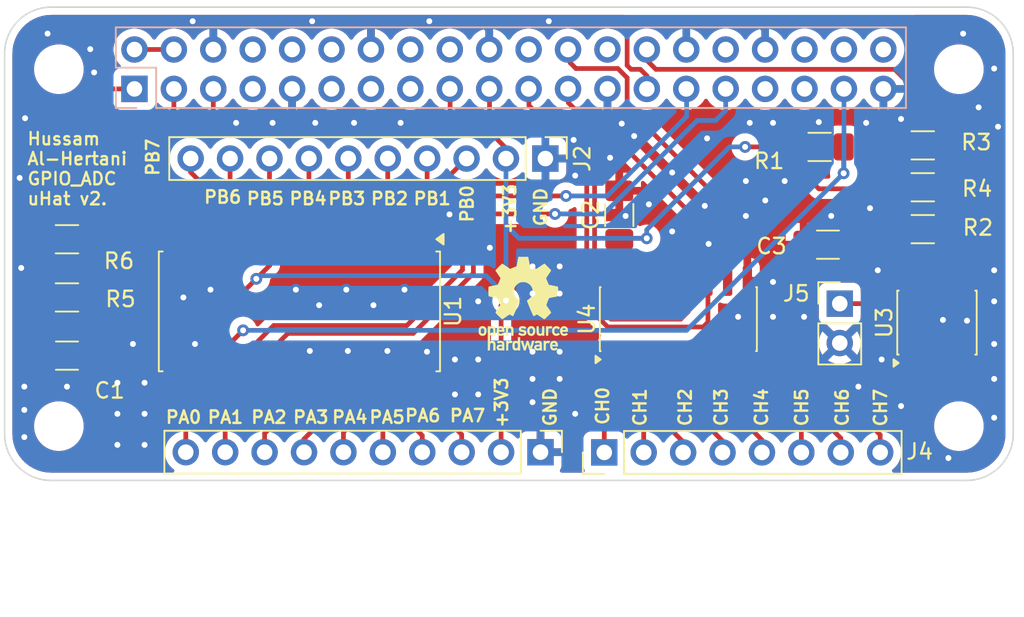
<source format=kicad_pcb>
(kicad_pcb (version 20241229) (generator "pcbnew") (generator_version "9.0")
  (layers (0 "F.Cu" signal) (2 "B.Cu" signal) (13 "F.Paste" user) (15 "B.Paste" user) (5 "F.SilkS" user "F.Silkscreen") (7 "B.SilkS" user "B.Silkscreen") (1 "F.Mask" user) (3 "B.Mask" user) (25 "Edge.Cuts" user))
  (net 0 "")
  (net 1 "GND")
  (net 2 "+3V3")
  (net 4 "ID_SCL")
  (net 6 "SDA")
  (net 7 "+5V")
  (net 9 "SCLK")
  (net 11 "MOSI")
  (net 13 "MISO")
  (net 14 "ID_SDA")
  (net 16 "INTA")
  (net 18 "SCL")
  (net 25 "Net-(J5-Pin_1)")
  (net 27 "INTB")
  (net 29 "/GPB5")
  (net 30 "CE0")
  (net 31 "~{RST_23017}")
  (net 34 "/GPB7")
  (net 35 "/GPB4")
  (net 36 "/GPB0")
  (net 37 "/GPB2")
  (net 38 "/GPB6")
  (net 39 "/GPB1")
  (net 40 "/GPB3")
  (net 41 "/GPA6")
  (net 42 "/GPA3")
  (net 43 "/GPA5")
  (net 44 "/GPA4")
  (net 45 "/GPA0")
  (net 46 "/GPA7")
  (net 47 "/GPA2")
  (net 48 "/GPA1")
  (net 49 "/CH5")
  (net 50 "/CH0")
  (net 51 "/CH2")
  (net 52 "/CH4")
  (net 53 "/CH7")
  (net 54 "/CH1")
  (net 55 "/CH6")
  (net 56 "/CH3")
  (footprint "Connector_PinHeader_2.54mm:PinHeader_1x10_P2.54mm_Vertical" (layer "F.Cu") (at 151.516078 86.971802 -90)
    (property "Reference" "J3" (hide yes))
    (property "Value" "Conn_01x10")
  )
  (footprint "Resistor_SMD:R_1206_3216Metric_Pad1.30x1.75mm_HandSolder" (layer "F.Cu") (at 176.15 72.6)
    (property "Reference" "R2")
    (property "Value" "1k")
  )
  (footprint "Package_SO:SOIC-8_3.9x4.9mm_P1.27mm" (layer "F.Cu") (at 177.065 78.625 90)
    (property "Reference" "U3")
    (property "Value" "CAT24C128")
  )
  (footprint "Capacitor_SMD:C_1206_3216Metric_Pad1.33x1.80mm_HandSolder" (layer "F.Cu") (at 170.0375 73.6 180)
    (property "Reference" "C3")
    (property "Value" "0.1u")
  )
  (footprint "Resistor_SMD:R_1206_3216Metric_Pad1.30x1.75mm_HandSolder" (layer "F.Cu") (at 121 73.25)
    (property "Reference" "R6")
    (property "Value" "10k")
  )
  (footprint "Resistor_SMD:R_1206_3216Metric_Pad1.30x1.75mm_HandSolder" (layer "F.Cu") (at 176.15 69.9)
    (property "Reference" "R4")
    (property "Value" "3.9k")
  )
  (footprint "Resistor_SMD:R_1206_3216Metric_Pad1.30x1.75mm_HandSolder" (layer "F.Cu") (at 169.5 67.3)
    (property "Reference" "R1")
    (property "Value" "10k")
  )
  (footprint "Connector_PinHeader_2.54mm:PinHeader_1x10_P2.54mm_Vertical" (layer "F.Cu") (at 151.83 68.05 -90)
    (property "Reference" "J2")
    (property "Value" "Conn_01x10")
  )
  (footprint "Package_SO:SOIC-28W_7.5x17.9mm_P1.27mm" (layer "F.Cu") (at 135.98 77.9 -90)
    (property "Reference" "U1")
    (property "Value" "MCP23017_SO")
  )
  (footprint "Resistor_SMD:R_1206_3216Metric_Pad1.30x1.75mm_HandSolder" (layer "F.Cu") (at 176.15 67.2)
    (property "Reference" "R3")
    (property "Value" "3.9k")
  )
  (footprint "Capacitor_SMD:C_1206_3216Metric_Pad1.33x1.80mm_HandSolder" (layer "F.Cu") (at 156.59 71.69 90)
    (property "Reference" "C2")
    (property "Value" "0.1u")
  )
  (footprint "Connector_PinHeader_2.54mm:PinHeader_1x08_P2.54mm_Vertical" (layer "F.Cu") (at 155.625441 86.987706 90)
    (property "Reference" "J4")
    (property "Value" "Conn_01x08")
  )
  (footprint "myparts:rpi_uhat_fpt_v2" (layer "F.Cu") (at 116.94905 97.363192)
    (property "Reference" "J1" (hide yes))
    (property "Value" "rpi_uhat_sym" (hide yes))
    (fp_line (start 0.03 -36.07) (end 0.03 -11.57) (stroke (width 0.1)) (layer "Edge.Cuts"))
    (fp_line (start 3.03 -8.57) (end 62.03 -8.57) (stroke (width 0.1)) (layer "Edge.Cuts"))
    (fp_line (start 62.03 -39.07) (end 3.03 -39.07) (stroke (width 0.1)) (layer "Edge.Cuts"))
    (fp_line (start 65.03 -11.57) (end 65.03 -36.07) (stroke (width 0.1)) (layer "Edge.Cuts"))
    (fp_arc (start 0.03 -36.07) (mid 0.90868 -38.19132) (end 3.03 -39.07) (stroke (width 0.1)) (layer "Edge.Cuts"))
    (fp_arc (start 3.03 -8.57) (mid 0.90868 -9.44868) (end 0.03 -11.57) (stroke (width 0.1)) (layer "Edge.Cuts"))
    (fp_arc (start 62.03 -39.07) (mid 64.15132 -38.19132) (end 65.03 -36.07) (stroke (width 0.1)) (layer "Edge.Cuts"))
    (fp_arc (start 65.03 -11.57) (mid 64.15132 -9.44868) (end 62.03 -8.57) (stroke (width 0.1)) (layer "Edge.Cuts"))
  )
  (footprint "Capacitor_SMD:C_1206_3216Metric_Pad1.33x1.80mm_HandSolder" (layer "F.Cu") (at 121 80.75)
    (property "Reference" "C1")
    (property "Value" "0.1u")
  )
  (footprint "Symbol:OSHW-Logo_5.7x6mm_SilkScreen" (layer "F.Cu") (at 150.4 77.4)
    (property "Reference" "REF**" (hide yes))
    (property "Value" "OSHW-Logo_5.7x6mm_SilkScreen" (hide yes))
  )
  (footprint "Connector_PinHeader_2.54mm:PinHeader_1x02_P2.54mm_Vertical" (layer "F.Cu") (at 170.8 77.4)
    (property "Reference" "J5")
    (property "Value" "Conn_01x02")
  )
  (footprint "Resistor_SMD:R_1206_3216Metric_Pad1.30x1.75mm_HandSolder" (layer "F.Cu") (at 121 77)
    (property "Reference" "R5")
    (property "Value" "10k")
  )
  (footprint "Package_SO:SOIC-16_3.9x9.9mm_P1.27mm" (layer "F.Cu") (at 160.4 78.4 90)
    (property "Reference" "U4")
    (property "Value" "MCP3208")
  )
  (gr_text "PB5" (at 132.5 71.1 0) (layer "F.SilkS") (effects (font (size 0.8 0.8) (thickness 0.16) (bold yes)) (justify left bottom)))
  (gr_text "+3V3" (at 149.470704 85.482212 90) (layer "F.SilkS") (effects (font (size 0.8 0.8) (thickness 0.16) (bold yes)) (justify left bottom)))
  (gr_text "PA1\n" (at 129.981809 85.189805 0) (layer "F.SilkS") (effects (font (size 0.8 0.8) (thickness 0.16) (bold yes)) (justify left bottom)))
  (gr_text "GND" (at 152 72.5 90) (layer "F.SilkS") (effects (font (size 0.8 0.8) (thickness 0.16) (bold yes)) (justify left bottom)))
  (gr_text "PA0" (at 127.282359 85.189805 0) (layer "F.SilkS") (effects (font (size 0.8 0.8) (thickness 0.16) (bold yes)) (justify left bottom)))
  (gr_text "PB0\n" (at 147.25 72.25 90) (layer "F.SilkS") (effects (font (size 0.8 0.8) (thickness 0.16) (bold yes)) (justify left bottom)))
  (gr_text "CH2\n\n" (at 162.59372 85.384174 90) (layer "F.SilkS") (effects (font (size 0.8 0.8) (thickness 0.16) (bold yes)) (justify left bottom)))
  (gr_text "+3V3" (at 150 73 90) (layer "F.SilkS") (effects (font (size 0.8 0.8) (thickness 0.16) (bold yes)) (justify left bottom)))
  (gr_text "PA6" (at 142.698459 85.087418 0) (layer "F.SilkS") (effects (font (size 0.8 0.8) (thickness 0.16) (bold yes)) (justify left bottom)))
  (gr_text "PB1" (at 143.25 71.1 0) (layer "F.SilkS") (effects (font (size 0.8 0.8) (thickness 0.16) (bold yes)) (justify left bottom)))
  (gr_text "PB3\n" (at 137.75 71.1 0) (layer "F.SilkS") (effects (font (size 0.8 0.8) (thickness 0.16) (bold yes)) (justify left bottom)))
  (gr_text "GND" (at 152.598692 85.391106 90) (layer "F.SilkS") (effects (font (size 0.8 0.8) (thickness 0.16) (bold yes)) (justify left bottom)))
  (gr_text "CH3\n\n\n" (at 166.196501 85.384174 90) (layer "F.SilkS") (effects (font (size 0.8 0.8) (thickness 0.16) (bold yes)) (justify left bottom)))
  (gr_text "CH0\n" (at 155.985691 85.296301 90) (layer "F.SilkS") (effects (font (size 0.8 0.8) (thickness 0.16) (bold yes)) (justify left bottom)))
  (gr_text "CH6\n\n\n" (at 173.998145 85.389927 90) (layer "F.SilkS") (effects (font (size 0.8 0.8) (thickness 0.16) (bold yes)) (justify left bottom)))
  (gr_text "PB2" (at 140.5 71.1 0) (layer "F.SilkS") (effects (font (size 0.8 0.8) (thickness 0.16) (bold yes)) (justify left bottom)))
  (gr_text "PA5\n" (at 140.399999 85.189805 0) (layer "F.SilkS") (effects (font (size 0.8 0.8) (thickness 0.16) (bold yes)) (justify left bottom)))
  (gr_text "Hussam \nAl-Hertani\nGPIO_ADC \nuHat v2." (at 118.369949 71.108386 0) (layer "F.SilkS") (effects (font (size 0.8 0.8) (thickness 0.15) (bold yes)) (justify left bottom)))
  (gr_text "CH4\n\n\n" (at 168.797534 85.384174 90) (layer "F.SilkS") (effects (font (size 0.8 0.8) (thickness 0.16) (bold yes)) (justify left bottom)))
  (gr_text "PB6" (at 129.75 71 0) (layer "F.SilkS") (effects (font (size 0.8 0.8) (thickness 0.16) (bold yes)) (justify left bottom)))
  (gr_text "PA7" (at 145.583496 85.087418 0) (layer "F.SilkS") (effects (font (size 0.8 0.8) (thickness 0.16) (bold yes)) (justify left bottom)))
  (gr_text "PA3" (at 135.486157 85.189805 0) (layer "F.SilkS") (effects (font (size 0.8 0.8) (thickness 0.16) (bold yes)) (justify left bottom)))
  (gr_text "CH1\n" (at 158.393403 85.384174 90) (layer "F.SilkS") (effects (font (size 0.8 0.8) (thickness 0.16) (bold yes)) (justify left bottom)))
  (gr_text "PB4" (at 135.25 71.1 0) (layer "F.SilkS") (effects (font (size 0.8 0.8) (thickness 0.16) (bold yes)) (justify left bottom)))
  (gr_text "PB7" (at 127 69.25 90) (layer "F.SilkS") (effects (font (size 0.8 0.8) (thickness 0.16) (bold yes)) (justify left bottom)))
  (gr_text "CH7\n\n\n" (at 176.473227 85.404572 90) (layer "F.SilkS") (effects (font (size 0.8 0.8) (thickness 0.16) (bold yes)) (justify left bottom)))
  (gr_text "PA2" (at 132.786706 85.189805 0) (layer "F.SilkS") (effects (font (size 0.8 0.8) (thickness 0.16) (bold yes)) (justify left bottom)))
  (gr_text "CH5\n\n\n" (at 171.391254 85.389927 90) (layer "F.SilkS") (effects (font (size 0.8 0.8) (thickness 0.16) (bold yes)) (justify left bottom)))
  (gr_text "PA4" (at 137.995802 85.189805 0) (layer "F.SilkS") (effects (font (size 0.8 0.8) (thickness 0.16) (bold yes)) (justify left bottom)))
  (segment (start 132.805 73.25) (end 132.805 73.945) (width 0.3048) (layer "F.Cu") (net 1))
  (segment (start 132.805 73.945) (end 130.25 76.5) (width 0.3048) (layer "F.Cu") (net 1))
  (segment (start 135.2 65.75) (end 134.95 65.75) (width 0.3048) (layer "F.Cu") (net 1))
  (segment (start 135.50905 63.563192) (end 135.50905 65.44095) (width 0.3048) (layer "F.Cu") (net 1))
  (segment (start 137 65.75) (end 135.2 65.75) (width 0.3048) (layer "F.Cu") (net 1))
  (segment (start 135.50905 65.44095) (end 135.2 65.75) (width 0.3048) (layer "F.Cu") (net 1))
  (segment (start 135.645 62.945) (end 135.645 63.7075) (width 0.3048) (layer "F.Cu") (net 1))
  (segment (start 156.59 70.1275) (end 158.1275 70.1275) (width 0.3048) (layer "F.Cu") (net 1))
  (segment (start 158.5 70.5) (end 158.5 71) (width 0.3048) (layer "F.Cu") (net 1))
  (segment (start 156.59 70.1275) (end 156.59 68.59) (width 0.3048) (layer "F.Cu") (net 1))
  (segment (start 134.95 65.75) (end 134.25 65.75) (width 0.3048) (layer "F.Cu") (net 1))
  (segment (start 156.59 68.59) (end 156 68) (width 0.3048) (layer "F.Cu") (net 1))
  (segment (start 158.1275 70.1275) (end 158.5 70.5) (width 0.3048) (layer "F.Cu") (net 1))
  (via (at 157.55 66.6) (size 0.762) (drill 0.381) (layers "F.Cu" "B.Cu") (net 1))
  (via (at 151 82.25) (size 0.762) (drill 0.381) (layers "F.Cu" "B.Cu") (net 1))
  (via (at 167.25 69.5) (size 0.762) (drill 0.381) (layers "F.Cu" "B.Cu") (net 1))
  (via (at 118.05 75.1) (size 0.762) (drill 0.381) (layers "F.Cu" "B.Cu") (net 1))
  (via (at 172.75 71.25) (size 0.762) (drill 0.381) (layers "F.Cu" "B.Cu") (net 1))
  (via (at 144.2 80.5) (size 0.762) (drill 0.381) (layers "F.Cu" "B.Cu") (net 1))
  (via (at 164.75 69.5) (size 0.762) (drill 0.381) (layers "F.Cu" "B.Cu") (net 1))
  (via (at 165 65.75) (size 0.762) (drill 0.381) (layers "F.Cu" "B.Cu") (net 1))
  (via (at 169.45 65.7) (size 0.762) (drill 0.381) (layers "F.Cu" "B.Cu") (net 1))
  (via (at 126 86.5) (size 0.762) (drill 0.381) (layers "F.Cu" "B.Cu") (net 1))
  (via (at 137 65.75) (size 0.762) (drill 0.381) (layers "F.Cu" "B.Cu") (net 1))
  (via (at 153.75 84.5) (size 0.762) (drill 0.381) (layers "F.Cu" "B.Cu") (net 1))
  (via (at 152.75 75) (size 0.762) (drill 0.381) (layers "F.Cu" "B.Cu") (net 1))
  (via (at 125.25 80) (size 0.762) (drill 0.381) (layers "F.Cu" "B.Cu") (net 1))
  (via (at 129.25 80) (size 0.762) (drill 0.381) (layers "F.Cu" "B.Cu") (net 1))
  (via (at 122.75 62.5) (size 0.762) (drill 0.381) (layers "F.Cu" "B.Cu") (net 1))
  (via (at 147.5 83.25) (size 0.762) (drill 0.381) (layers "F.Cu" "B.Cu") (net 1))
  (via (at 148.25 73.8) (size 0.762) (drill 0.381) (layers "F.Cu" "B.Cu") (net 1))
  (via (at 158.5 71) (size 0.762) (drill 0.381) (layers "F.Cu" "B.Cu") (net 1))
  (via (at 173.25 75.25) (size 0.762) (drill 0.381) (layers "F.Cu" "B.Cu") (net 1))
  (via (at 118.3 65.45) (size 0.762) (drill 0.381) (layers "F.Cu" "B.Cu") (net 1))
  (via (at 139 76.5) (size 0.762) (drill 0.381) (layers "F.Cu" "B.Cu") (net 1))
  (via (at 146 83.25) (size 0.762) (drill 0.381) (layers "F.Cu" "B.Cu") (net 1))
  (via (at 177.8 87.35) (size 0.762) (drill 0.381) (layers "F.Cu" "B.Cu") (net 1))
  (via (at 124.25 82.5) (size 0.762) (drill 0.381) (layers "F.Cu" "B.Cu") (net 1))
  (via (at 164.25 78.25) (size 0.762) (drill 0.381) (layers "F.Cu" "B.Cu") (net 1))
  (via (at 174.75 65.5) (size 0.762) (drill 0.381) (layers "F.Cu" "B.Cu") (net 1))
  (via (at 174.75 84) (size 0.762) (drill 0.381) (layers "F.Cu" "B.Cu") (net 1))
  (via (at 164.75 71.75) (size 0.762) (drill 0.381) (layers "F.Cu" "B.Cu") (net 1))
  (via (at 151 83.75) (size 0.762) (drill 0.381) (layers "F.Cu" "B.Cu") (net 1))
  (via (at 122.5 61) (size 0.762) (drill 0.381) (layers "F.Cu" "B.Cu") (net 1))
  (via (at 136.65 80.45) (size 0.762) (drill 0.381) (layers "F.Cu" "B.Cu") (net 1))
  (via (at 118.25 86) (size 0.762) (drill 0.381) (layers "F.Cu" "B.Cu") (net 1))
  (via (at 162.1 71.1) (size 0.762) (drill 0.381) (layers "F.Cu" "B.Cu") (net 1))
  (via (at 166.5 78.25) (size 0.762) (drill 0.381) (layers "F.Cu" "B.Cu") (net 1))
  (via (at 162.35 73.55) (size 0.762) (drill 0.381) (layers "F.Cu" "B.Cu") (net 1))
  (via (at 152.75 76.75) (size 0.762) (drill 0.381) (layers "F.Cu" "B.Cu") (net 1))
  (via (at 144.35 59.2) (size 0.762) (drill 0.381) (layers "F.Cu" "B.Cu") (net 1))
  (via (at 137.25 77.5) (size 0.762) (drill 0.381) (layers "F.Cu" "B.Cu") (net 1))
  (via (at 131.9 65.75) (size 0.762) (drill 0.381) (layers "F.Cu" "B.Cu") (net 1))
  (via (at 146 81) (size 0.762) (drill 0.381) (layers "F.Cu" "B.Cu") (net 1))
  (via (at 160 68.95) (size 0.762) (drill 0.381) (layers "F.Cu" "B.Cu") (net 1))
  (via (at 140.75 77.5) (size 0.762) (drill 0.381) (layers "F.Cu" "B.Cu") (net 1))
  (via (at 168.5 78.25) (size 0.762) (drill 0.381) (layers "F.Cu" "B.Cu") (net 1))
  (via (at 180.75 84.75) (size 0.762) (drill 0.381) (layers "F.Cu" "B.Cu") (net 1))
  (via (at 124.25 84.5) (size 0.762) (drill 0.381) (layers "F.Cu" "B.Cu") (net 1))
  (via (at 139.5 65.75) (size 0.762) (drill 0.381) (layers "F.Cu" "B.Cu") (net 1))
  (via (at 156.75 65.8) (size 0.762) (drill 0.381) (layers "F.Cu" "B.Cu") (net 1))
  (via (at 135.75 76.5) (size 0.762) (drill 0.381) (layers "F.Cu" "B.Cu") (net 1))
  (via (at 141.65 80.45) (size 0.762) (drill 0.381) (layers "F.Cu" "B.Cu") (net 1))
  (via (at 117.95 69.3) (size 0.762) (drill 0.381) (layers "F.Cu" "B.Cu") (net 1))
  (via (at 142.75 76.5) (size 0.762) (drill 0.381) (layers "F.Cu" "B.Cu") (net 1))
  (via (at 178.75 60) (size 0.762) (drill 0.381) (layers "F.Cu" "B.Cu") (net 1))
  (via (at 139.1 80.45) (size 0.762) (drill 0.381) (layers "F.Cu" "B.Cu") (net 1))
  (via (at 152.75 82.25) (size 0.762) (drill 0.381) (layers "F.Cu" "B.Cu") (net 1))
  (via (at 172.5 65.75) (size 0.762) (drill 0.381) (layers "F.Cu" "B.Cu") (net 1))
  (via (at 180.75 80) (size 0.762) (drill 0.381) (layers "F.Cu" "B.Cu") (net 1))
  (via (at 151 76.75) (size 0.762) (drill 0.381) (layers "F.Cu" "B.Cu") (net 1))
  (via (at 153.65 66.85) (size 0.762) (drill 0.381) (layers "F.Cu" "B.Cu") (net 1))
  (via (at 170.25 71.75) (size 0.762) (drill 0.381) (layers "F.Cu" "B.Cu") (net 1))
  (via (at 118.25 82.75) (size 0.762) (drill 0.381) (layers "F.Cu" "B.Cu") (net 1))
  (via (at 151 80.5) (size 0.762) (drill 0.381) (layers "F.Cu" "B.Cu") (net 1))
  (via (at 180.75 82.25) (size 0.762) (drill 0.381) (layers "F.Cu" "B.Cu") (net 1))
  (via (at 166 70.75) (size 0.762) (drill 0.381) (layers "F.Cu" "B.Cu") (net 1))
  (via (at 179.75 64.75) (size 0.762) (drill 0.381) (layers "F.Cu" "B.Cu") (net 1))
  (via (at 180.75 62.25) (size 0.762) (drill 0.381) (layers "F.Cu" "B.Cu") (net 1))
  (via (at 180.75 75.25) (size 0.762) (drill 0.381) (layers "F.Cu" "B.Cu") (net 1))
  (via (at 173.5 81) (size 0.762) (drill 0.381) (layers "F.Cu" "B.Cu") (net 1))
  (via (at 124.25 86.5) (size 0.762) (drill 0.381) (layers "F.Cu" "B.Cu") (net 1))
  (via (at 166.5 65.75) (size 0.762) (drill 0.381) (layers "F.Cu" "B.Cu") (net 1))
  (via (at 121 82.75) (size 0.762) (drill 0.381) (layers "F.Cu" "B.Cu") (net 1))
  (via (at 179 78.5) (size 0.762) (drill 0.381) (layers "F.Cu" "B.Cu") (net 1))
  (via (at 126 82.5) (size 0.762) (drill 0.381) (layers "F.Cu" "B.Cu") (net 1))
  (via (at 152.75 80.5) (size 0.762) (drill 0.381) (layers "F.Cu" "B.Cu") (net 1))
  (via (at 172 82.75) (size 0.762) (drill 0.381) (layers "F.Cu" "B.Cu") (net 1))
  (via (at 177.45 78.45) (size 0.762) (drill 0.381) (layers "F.Cu" "B.Cu") (net 1))
  (via (at 151 75) (size 0.762) (drill 0.381) (layers "F.Cu" "B.Cu") (net 1))
  (via (at 153.75 69.15) (size 0.762) (drill 0.381) (layers "F.Cu" "B.Cu") (net 1))
  (via (at 156 68) (size 0.762) (drill 0.381) (layers "F.Cu" "B.Cu") (net 1))
  (via (at 180.75 77.25) (size 0.762) (drill 0.381) (layers "F.Cu" "B.Cu") (net 1))
  (via (at 157 71.75) (size 0.762) (drill 0.381) (layers "F.Cu" "B.Cu") (net 1))
  (via (at 126 84.5) (size 0.762) (drill 0.381) (layers "F.Cu" "B.Cu") (net 1))
  (via (at 128.5 77) (size 0.762) (drill 0.381) (layers "F.Cu" "B.Cu") (net 1))
  (via (at 166.5 76) (size 0.762) (drill 0.381) (layers "F.Cu" "B.Cu") (net 1))
  (via (at 145.65 71.65) (size 0.762) (drill 0.381) (layers "F.Cu" "B.Cu") (net 1))
  (via (at 130.25 76.5) (size 0.762) (drill 0.381) (layers "F.Cu" "B.Cu") (net 1))
  (via (at 142.5 65.75) (size 0.762) (drill 0.381) (layers "F.Cu" "B.Cu") (net 1))
  (via (at 118.25 84.25) (size 0.762) (drill 0.381) (layers "F.Cu" "B.Cu") (net 1))
  (via (at 152.05 59.2) (size 0.762) (drill 0.381) (layers "F.Cu" "B.Cu") (net 1))
  (via (at 147.5 77.25) (size 0.762) (drill 0.381) (layers "F.Cu" "B.Cu") (net 1))
  (via (at 129.1 59.2) (size 0.762) (drill 0.381) (layers "F.Cu" "B.Cu") (net 1))
  (via (at 147.5 81) (size 0.762) (drill 0.381) (layers "F.Cu" "B.Cu") (net 1))
  (via (at 160 72.75) (size 0.762) (drill 0.381) (layers "F.Cu" "B.Cu") (net 1))
  (via (at 136.8 59.2) (size 0.762) (drill 0.381) (layers "F.Cu" "B.Cu") (net 1))
  (via (at 181 66) (size 0.762) (drill 0.381) (layers "F.Cu" "B.Cu") (net 1))
  (via (at 119.75 60) (size 0.762) (drill 0.381) (layers "F.Cu" "B.Cu") (net 1))
  (via (at 162.25 66.75) (size 0.762) (drill 0.381) (layers "F.Cu" "B.Cu") (net 1))
  (via (at 134.25 65.75) (size 0.762) (drill 0.381) (layers "F.Cu" "B.Cu") (net 1))
  (segment (start 147.55 59.2) (end 148.20905 59.85905) (width 0.3048) (layer "B.Cu") (net 1))
  (segment (start 155.82905 67.82905) (end 155.82905 63.563192) (width 0.3048) (layer "B.Cu") (net 1))
  (segment (start 131.25 59.2) (end 129.1 59.2) (width 0.3048) (layer "B.Cu") (net 1))
  (segment (start 131.25 59.2) (end 130.85 59.2) (width 0.3048) (layer "B.Cu") (net 1))
  (segment (start 141.1 59.2) (end 136.8 59.2) (width 0.3048) (layer "B.Cu") (net 1))
  (segment (start 165.98905 59.83905) (end 165.35 59.2) (width 0.3048) (layer "B.Cu") (net 1))
  (segment (start 144.35 59.2) (end 147.55 59.2) (width 0.3048) (layer "B.Cu") (net 1))
  (segment (start 130.42905 59.62095) (end 130.42905 61.023192) (width 0.3048) (layer "B.Cu") (net 1))
  (segment (start 156 68) (end 155.95 68.05) (width 0.3048) (layer "B.Cu") (net 1))
  (segment (start 160.90905 59.45905) (end 160.65 59.2) (width 0.3048) (layer "B.Cu") (net 1))
  (segment (start 140.58905 61.023192) (end 140.58905 59.71095) (width 0.3048) (layer "B.Cu") (net 1))
  (segment (start 140.58905 59.71095) (end 141.1 59.2) (width 0.3048) (layer "B.Cu") (net 1))
  (segment (start 155.95 68.05) (end 151.83 68.05) (width 0.3048) (layer "B.Cu") (net 1))
  (segment (start 156 68) (end 155.82905 67.82905) (width 0.3048) (layer "B.Cu") (net 1))
  (segment (start 160.65 59.2) (end 152.05 59.2) (width 0.3048) (layer "B.Cu") (net 1))
  (segment (start 165.98905 61.023192) (end 165.98905 59.83905) (width 0.3048) (layer "B.Cu") (net 1))
  (segment (start 141.1 59.2) (end 144.35 59.2) (width 0.3048) (layer "B.Cu") (net 1))
  (segment (start 173.25 65.75) (end 172.5 65.75) (width 0.3048) (layer "B.Cu") (net 1))
  (segment (start 173.60905 65.39095) (end 173.25 65.75) (width 0.3048) (layer "B.Cu") (net 1))
  (segment (start 173.60905 63.563192) (end 173.60905 65.39095) (width 0.3048) (layer "B.Cu") (net 1))
  (segment (start 148.20905 59.85905) (end 148.20905 61.023192) (width 0.3048) (layer "B.Cu") (net 1))
  (segment (start 136.8 59.2) (end 131.25 59.2) (width 0.3048) (layer "B.Cu") (net 1))
  (segment (start 129.1 59.2) (end 120.55 59.2) (width 0.3048) (layer "B.Cu") (net 1))
  (segment (start 165.35 59.2) (end 160.65 59.2) (width 0.3048) (layer "B.Cu") (net 1))
  (segment (start 152.05 59.2) (end 147.55 59.2) (width 0.3048) (layer "B.Cu") (net 1))
  (segment (start 130.85 59.2) (end 130.42905 59.62095) (width 0.3048) (layer "B.Cu") (net 1))
  (segment (start 160.90905 61.023192) (end 160.90905 59.45905) (width 0.3048) (layer "B.Cu") (net 1))
  (segment (start 120.55 59.2) (end 119.75 60) (width 0.3048) (layer "B.Cu") (net 1))
  (segment (start 148.976078 86.971802) (end 148.976078 77.513922) (width 0.3048) (layer "F.Cu") (net 2))
  (segment (start 175.16 75.01) (end 174.6 74.45) (width 0.3048) (layer "F.Cu") (net 2))
  (segment (start 172.6 68.2) (end 172.6 69.2) (width 0.3048) (layer "F.Cu") (net 2))
  (segment (start 156.59 74.24) (end 156.59 73.2525) (width 0.3048) (layer "F.Cu") (net 2))
  (segment (start 173.6 67.2) (end 172.6 68.2) (width 0.3048) (layer "F.Cu") (net 2))
  (segment (start 174.6 74.45) (end 174.6 72.6) (width 0.3048) (layer "F.Cu") (net 2))
  (segment (start 174.6 69.9) (end 174.6 67.2) (width 0.3048) (layer "F.Cu") (net 2))
  (segment (start 146.62 66.34) (end 148.25 66.34) (width 0.3048) (layer "F.Cu") (net 2))
  (segment (start 156.6575 73.32) (end 156.59 73.2525) (width 0.3048) (layer "F.Cu") (net 2))
  (segment (start 169.45 70) (end 167.95 68.5) (width 0.3048) (layer "F.Cu") (net 2))
  (segment (start 155.955 75.925) (end 155.955 74.875) (width 0.3048) (layer "F.Cu") (net 2))
  (segment (start 133.4 75.6) (end 130.25 78.75) (width 0.3048) (layer "F.Cu") (net 2))
  (segment (start 167.95 68.5) (end 167.95 67.3) (width 0.3048) (layer "F.Cu") (net 2))
  (segment (start 149.29 67.38) (end 149.29 68.05) (width 0.3048) (layer "F.Cu") (net 2))
  (segment (start 145.69 63.74) (end 145.69 65.41) (width 0.3048) (layer "F.Cu") (net 2))
  (segment (start 149.29 77.2) (end 149.32 77.23) (width 0.3048) (layer "F.Cu") (net 2))
  (segment (start 171.8 70) (end 171.6 70) (width 0.3048) (layer "F.Cu") (net 2))
  (segment (start 134.075 74.925) (end 133.4 75.6) (width 0.3048) (layer "F.Cu") (net 2))
  (segment (start 145.69 65.41) (end 146.62 66.34) (width 0.3048) (layer "F.Cu") (net 2))
  (segment (start 175.16 76.15) (end 175.16 75.01) (width 0.3048) (layer "F.Cu") (net 2))
  (segment (start 148.976078 77.513922) (end 149.29 77.2) (width 0.3048) (layer "F.Cu") (net 2))
  (segment (start 130.25 78.75) (end 119.45 78.75) (width 0.3048) (layer "F.Cu") (net 2))
  (segment (start 171.6 70) (end 169.45 70) (width 0.3048) (layer "F.Cu") (net 2))
  (segment (start 172.6 69.2) (end 171.8 70) (width 0.3048) (layer "F.Cu") (net 2))
  (segment (start 119.45 80.7375) (end 119.4375 80.75) (width 0.3048) (layer "F.Cu") (net 2))
  (segment (start 134.075 73.25) (end 134.075 74.925) (width 0.3048) (layer "F.Cu") (net 2))
  (segment (start 174.6 72.6) (end 174.6 69.9) (width 0.3048) (layer "F.Cu") (net 2))
  (segment (start 155.955 74.875) (end 156.59 74.24) (width 0.3048) (layer "F.Cu") (net 2))
  (segment (start 119.45 77) (end 119.45 78.75) (width 0.3048) (layer "F.Cu") (net 2))
  (segment (start 158.36 73.19) (end 156.6525 73.19) (width 0.3048) (layer "F.Cu") (net 2))
  (segment (start 119.45 78.75) (end 119.45 80.7375) (width 0.3048) (layer "F.Cu") (net 2))
  (segment (start 156.6525 73.19) (end 156.59 73.2525) (width 0.3048) (layer "F.Cu") (net 2))
  (segment (start 164.7 67.3) (end 167.95 67.3) (width 0.3048) (layer "F.Cu") (net 2))
  (segment (start 123.186808 63.563192) (end 119.45 67.3) (width 0.3048) (layer "F.Cu") (net 2))
  (segment (start 171.6 73.6) (end 171.6 70) (width 0.3048) (layer "F.Cu") (net 2))
  (segment (start 148.25 66.34) (end 149.29 67.38) (width 0.3048) (layer "F.Cu") (net 2))
  (segment (start 157.225 75.925) (end 155.955 75.925) (width 0.3048) (layer "F.Cu") (net 2))
  (segment (start 174.6 67.2) (end 173.6 67.2) (width 0.3048) (layer "F.Cu") (net 2))
  (segment (start 125.34905 63.563192) (end 123.186808 63.563192) (width 0.3048) (layer "F.Cu") (net 2))
  (segment (start 119.45 67.3) (end 119.45 73.25) (width 0.3048) (layer "F.Cu") (net 2))
  (segment (start 119.45 73.25) (end 119.45 77) (width 0.3048) (layer "F.Cu") (net 2))
  (via (at 164.7 67.3) (size 0.762) (drill 0.381) (layers "F.Cu" "B.Cu") (net 2))
  (via (at 149.29 77.2) (size 0.762) (drill 0.381) (layers "F.Cu" "B.Cu") (net 2))
  (via (at 158.36 73.19) (size 0.762) (drill 0.381) (layers "F.Cu" "B.Cu") (net 2))
  (via (at 133.2 75.8) (size 0.762) (drill 0.381) (layers "F.Cu" "B.Cu") (net 2))
  (segment (start 149.29 68.05) (end 149.29 72.35) (width 0.3048) (layer "B.Cu") (net 2))
  (segment (start 148 75.6) (end 133.4 75.6) (width 0.3048) (layer "B.Cu") (net 2))
  (segment (start 149.29 76.89) (end 148 75.6) (width 0.3048) (layer "B.Cu") (net 2))
  (segment (start 163.7 67.3) (end 164.7 67.3) (width 0.3048) (layer "B.Cu") (net 2))
  (segment (start 149.29 72.35) (end 149.29 77.2) (width 0.3048) (layer "B.Cu") (net 2))
  (segment (start 149.79 72.85) (end 150.13 73.19) (width 0.3048) (layer "B.Cu") (net 2))
  (segment (start 158.36 73.19) (end 158.36 72.64) (width 0.3048) (layer "B.Cu") (net 2))
  (segment (start 149.29 77.2) (end 149.29 76.89) (width 0.3048) (layer "B.Cu") (net 2))
  (segment (start 150.13 73.19) (end 158.36 73.19) (width 0.3048) (layer "B.Cu") (net 2))
  (segment (start 158.36 72.64) (end 163.7 67.3) (width 0.3048) (layer "B.Cu") (net 2))
  (segment (start 149.29 72.35) (end 149.79 72.85) (width 0.3048) (layer "B.Cu") (net 2))
  (segment (start 176.74 69.9) (end 177.7 69.9) (width 0.3048) (layer "F.Cu") (net 4))
  (segment (start 175.6342 64.7342) (end 176.25 65.35) (width 0.3048) (layer "F.Cu") (net 4))
  (segment (start 175.5842 64.7342) (end 175.6342 64.7342) (width 0.3048) (layer "F.Cu") (net 4))
  (segment (start 177.7 75.15) (end 179.37 73.48) (width 0.3048) (layer "F.Cu") (net 4))
  (segment (start 178.81 69.9) (end 177.7 69.9) (width 0.3048) (layer "F.Cu") (net 4))
  (segment (start 179.37 70.46) (end 178.81 69.9) (width 0.3048) (layer "F.Cu") (net 4))
  (segment (start 158.36905 61.023192) (end 158.36905 61.71905) (width 0.3048) (layer "F.Cu") (net 4))
  (segment (start 158.95 62.3) (end 174.34 62.3) (width 0.3048) (layer "F.Cu") (net 4))
  (segment (start 158.36905 61.71905) (end 158.95 62.3) (width 0.3048) (layer "F.Cu") (net 4))
  (segment (start 175.3 63.26) (end 175.3 64.45) (width 0.3048) (layer "F.Cu") (net 4))
  (segment (start 179.37 73.48) (end 179.37 70.46) (width 0.3048) (layer "F.Cu") (net 4))
  (segment (start 175.3 64.45) (end 175.5842 64.7342) (width 0.3048) (layer "F.Cu") (net 4))
  (segment (start 174.34 62.3) (end 175.3 63.26) (width 0.3048) (layer "F.Cu") (net 4))
  (segment (start 176.25 69.41) (end 176.74 69.9) (width 0.3048) (layer "F.Cu") (net 4))
  (segment (start 176.25 65.35) (end 176.25 69.41) (width 0.3048) (layer "F.Cu") (net 4))
  (segment (start 177.7 76.15) (end 177.7 75.15) (width 0.3048) (layer "F.Cu") (net 4))
  (segment (start 121.5 77) (end 122.55 77) (width 0.3048) (layer "F.Cu") (net 6))
  (segment (start 128.995 73.25) (end 128.995 74.505) (width 0.3048) (layer "F.Cu") (net 6))
  (segment (start 121 76.5) (end 121.5 77) (width 0.3048) (layer "F.Cu") (net 6))
  (segment (start 121 68.9) (end 121 76.5) (width 0.3048) (layer "F.Cu") (net 6))
  (segment (start 124.4058 65.4942) (end 121 68.9) (width 0.3048) (layer "F.Cu") (net 6))
  (segment (start 127.2558 65.4942) (end 124.4058 65.4942) (width 0.3048) (layer "F.Cu") (net 6))
  (segment (start 126.5 77) (end 122.55 77) (width 0.3048) (layer "F.Cu") (net 6))
  (segment (start 127.88905 64.86095) (end 127.2558 65.4942) (width 0.3048) (layer "F.Cu") (net 6))
  (segment (start 128.995 74.505) (end 126.5 77) (width 0.3048) (layer "F.Cu") (net 6))
  (segment (start 127.88905 63.563192) (end 127.88905 64.86095) (width 0.3048) (layer "F.Cu") (net 6))
  (segment (start 125.34905 61.023192) (end 127.88905 61.023192) (width 0.3048) (layer "F.Cu") (net 7))
  (segment (start 161.25 71.65) (end 154.46 64.86) (width 0.3048) (layer "F.Cu") (net 9))
  (segment (start 159.765 75.925) (end 159.765 74.735) (width 0.3048) (layer "F.Cu") (net 9))
  (segment (start 154.46 64.86) (end 153.72 64.86) (width 0.3048) (layer "F.Cu") (net 9))
  (segment (start 153.31 64.45) (end 153.31 63.74) (width 0.3048) (layer "F.Cu") (net 9))
  (segment (start 161.25 73.25) (end 161.25 71.65) (width 0.3048) (layer "F.Cu") (net 9))
  (segment (start 159.765 74.735) (end 161.25 73.25) (width 0.3048) (layer "F.Cu") (net 9))
  (segment (start 153.72 64.86) (end 153.31 64.45) (width 0.3048) (layer "F.Cu") (net 9))
  (segment (start 161.9942 78.9058) (end 162.305 78.595) (width 0.3048) (layer "F.Cu") (net 11))
  (segment (start 153.9 65.95) (end 154.4942 66.5442) (width 0.3048) (layer "F.Cu") (net 11))
  (segment (start 148.23 65.43) (end 148.75 65.95) (width 0.3048) (layer "F.Cu") (net 11))
  (segment (start 148.23 63.74) (end 148.23 65.43) (width 0.3048) (layer "F.Cu") (net 11))
  (segment (start 155.850491 78.9058) (end 161.9942 78.9058) (width 0.3048) (layer "F.Cu") (net 11))
  (segment (start 154.4942 66.5442) (end 154.4942 77.54951) (width 0.3048) (layer "F.Cu") (net 11))
  (segment (start 154.4942 77.54951) (end 155.850491 78.9058) (width 0.3048) (layer "F.Cu") (net 11))
  (segment (start 162.305 78.595) (end 162.305 75.925) (width 0.3048) (layer "F.Cu") (net 11))
  (segment (start 148.75 65.95) (end 153.9 65.95) (width 0.3048) (layer "F.Cu") (net 11))
  (segment (start 155 66.33469) (end 155 77.34) (width 0.3048) (layer "F.Cu") (net 13))
  (segment (start 150.77 64.63) (end 151.5842 65.4442) (width 0.3048) (layer "F.Cu") (net 13))
  (segment (start 151.5842 65.4442) (end 154.10951 65.4442) (width 0.3048) (layer "F.Cu") (net 13))
  (segment (start 150.77 63.74) (end 150.77 64.63) (width 0.3048) (layer "F.Cu") (net 13))
  (segment (start 160.55 78.4) (end 161.035 77.915) (width 0.3048) (layer "F.Cu") (net 13))
  (segment (start 156.06 78.4) (end 160.55 78.4) (width 0.3048) (layer "F.Cu") (net 13))
  (segment (start 161.035 77.915) (end 161.035 75.925) (width 0.3048) (layer "F.Cu") (net 13))
  (segment (start 155 77.34) (end 156.06 78.4) (width 0.3048) (layer "F.Cu") (net 13))
  (segment (start 154.10951 65.4442) (end 155 66.33469) (width 0.3048) (layer "F.Cu") (net 13))
  (segment (start 178.97 75) (end 180.21 73.76) (width 0.3048) (layer "F.Cu") (net 14))
  (segment (start 178.97 76.15) (end 178.97 75) (width 0.3048) (layer "F.Cu") (net 14))
  (segment (start 176.14 64.03) (end 177.7 65.59) (width 0.3048) (layer "F.Cu") (net 14))
  (segment (start 180.21 73.76) (end 180.21 68.06) (width 0.3048) (layer "F.Cu") (net 14))
  (segment (start 177.7 65.59) (end 177.7 67.2) (width 0.3048) (layer "F.Cu") (net 14))
  (segment (start 158.36905 63.563192) (end 158.36905 62.71905) (width 0.3048) (layer "F.Cu") (net 14))
  (segment (start 175.16 59.5) (end 176.14 60.48) (width 0.3048) (layer "F.Cu") (net 14))
  (segment (start 157.1 59.825) (end 157.425 59.5) (width 0.3048) (layer "F.Cu") (net 14))
  (segment (start 157.35 62.3) (end 157.1 62.05) (width 0.3048) (layer "F.Cu") (net 14))
  (segment (start 157.95 62.3) (end 157.35 62.3) (width 0.3048) (layer "F.Cu") (net 14))
  (segment (start 180.21 68.06) (end 179.35 67.2) (width 0.3048) (layer "F.Cu") (net 14))
  (segment (start 158.36905 62.71905) (end 157.95 62.3) (width 0.3048) (layer "F.Cu") (net 14))
  (segment (start 157.1 62.05) (end 157.1 59.825) (width 0.3048) (layer "F.Cu") (net 14))
  (segment (start 157.425 59.5) (end 175.16 59.5) (width 0.3048) (layer "F.Cu") (net 14))
  (segment (start 176.14 60.48) (end 176.14 64.03) (width 0.3048) (layer "F.Cu") (net 14))
  (segment (start 179.35 67.2) (end 177.7 67.2) (width 0.3048) (layer "F.Cu") (net 14))
  (segment (start 147.19 72.69) (end 147.19 75.44) (width 0.3048) (layer "F.Cu") (net 16))
  (segment (start 143.3142 79.3158) (end 135.2342 79.3158) (width 0.3048) (layer "F.Cu") (net 16))
  (segment (start 135.2342 79.3158) (end 134.075 80.475) (width 0.3048) (layer "F.Cu") (net 16))
  (segment (start 134.075 80.475) (end 134.075 82.55) (width 0.3048) (layer "F.Cu") (net 16))
  (segment (start 152.45 71.62) (end 148.26 71.62) (width 0.3048) (layer "F.Cu") (net 16))
  (segment (start 148.26 71.62) (end 147.19 72.69) (width 0.3048) (layer "F.Cu") (net 16))
  (segment (start 147.19 75.44) (end 143.3142 79.3158) (width 0.3048) (layer "F.Cu") (net 16))
  (via (at 152.45 71.62) (size 0.762) (drill 0.381) (layers "F.Cu" "B.Cu") (net 16))
  (segment (start 162.8 65.6) (end 163.44905 64.95095) (width 0.3048) (layer "B.Cu") (net 16))
  (segment (start 152.45 71.62) (end 155.59 71.62) (width 0.3048) (layer "B.Cu") (net 16))
  (segment (start 163.44905 64.95095) (end 163.44905 63.563192) (width 0.3048) (layer "B.Cu") (net 16))
  (segment (start 161.61 65.6) (end 162.8 65.6) (width 0.3048) (layer "B.Cu") (net 16))
  (segment (start 155.59 71.62) (end 161.61 65.6) (width 0.3048) (layer "B.Cu") (net 16))
  (segment (start 122.55 68.7) (end 122.55 71) (width 0.3048) (layer "F.Cu") (net 18))
  (segment (start 125 66.5) (end 125 66.25) (width 0.3048) (layer "F.Cu") (net 18))
  (segment (start 130.42905 65.32095) (end 129.75 66) (width 0.3048) (layer "F.Cu") (net 18))
  (segment (start 130.265 73.25) (end 130.265 71.765) (width 0.3048) (layer "F.Cu") (net 18))
  (segment (start 125.25 66) (end 125 66.25) (width 0.3048) (layer "F.Cu") (net 18))
  (segment (start 130.42905 63.563192) (end 130.42905 65.32095) (width 0.3048) (layer "F.Cu") (net 18))
  (segment (start 129.75 66) (end 125.25 66) (width 0.3048) (layer "F.Cu") (net 18))
  (segment (start 130.265 71.765) (end 125 66.5) (width 0.3048) (layer "F.Cu") (net 18))
  (segment (start 125 66.25) (end 122.55 68.7) (width 0.3048) (layer "F.Cu") (net 18))
  (segment (start 122.55 71) (end 122.55 73.25) (width 0.3048) (layer "F.Cu") (net 18))
  (segment (start 173.7 77.75) (end 173.35 77.4) (width 0.3048) (layer "F.Cu") (net 25))
  (segment (start 176.43 77.37) (end 176.05 77.75) (width 0.3048) (layer "F.Cu") (net 25))
  (segment (start 176.43 76.15) (end 176.43 75) (width 0.3048) (layer "F.Cu") (net 25))
  (segment (start 176.05 77.75) (end 173.7 77.75) (width 0.3048) (layer "F.Cu") (net 25))
  (segment (start 173.35 77.4) (end 170.8 77.4) (width 0.3048) (layer "F.Cu") (net 25))
  (segment (start 176.43 75) (end 177.7 73.73) (width 0.3048) (layer "F.Cu") (net 25))
  (segment (start 176.43 76.15) (end 176.43 77.37) (width 0.3048) (layer "F.Cu") (net 25))
  (segment (start 177.7 73.73) (end 177.7 72.6) (width 0.3048) (layer "F.Cu") (net 25))
  (segment (start 153.16 70.46) (end 148.34 70.46) (width 0.3048) (layer "F.Cu") (net 27))
  (segment (start 146.49 75.22) (end 142.9 78.81) (width 0.3048) (layer "F.Cu") (net 27))
  (segment (start 142.9 78.81) (end 134.32 78.81) (width 0.3048) (layer "F.Cu") (net 27))
  (segment (start 132.805 80.325) (end 132.805 82.55) (width 0.3048) (layer "F.Cu") (net 27))
  (segment (start 146.49 72.31) (end 146.49 75.22) (width 0.3048) (layer "F.Cu") (net 27))
  (segment (start 148.34 70.46) (end 146.49 72.31) (width 0.3048) (layer "F.Cu") (net 27))
  (segment (start 134.32 78.81) (end 132.805 80.325) (width 0.3048) (layer "F.Cu") (net 27))
  (via (at 153.16 70.46) (size 0.762) (drill 0.381) (layers "F.Cu" "B.Cu") (net 27))
  (segment (start 160.4 65.87) (end 155.81 70.46) (width 0.3048) (layer "B.Cu") (net 27))
  (segment (start 155.81 70.46) (end 153.16 70.46) (width 0.3048) (layer "B.Cu") (net 27))
  (segment (start 160.93 65.34) (end 160.4 65.87) (width 0.3048) (layer "B.Cu") (net 27))
  (segment (start 160.93 63.74) (end 160.93 65.34) (width 0.3048) (layer "B.Cu") (net 27))
  (segment (start 136.5384 70.5884) (end 137.885 71.935) (width 0.3048) (layer "F.Cu") (net 29))
  (segment (start 134.05 68.05) (end 134.05 70.2884) (width 0.3048) (layer "F.Cu") (net 29))
  (segment (start 134.05 70.2884) (end 134.35 70.5884) (width 0.3048) (layer "F.Cu") (net 29))
  (segment (start 137.885 71.935) (end 137.885 73.25) (width 0.3048) (layer "F.Cu") (net 29))
  (segment (start 134.35 70.5884) (end 136.5384 70.5884) (width 0.3048) (layer "F.Cu") (net 29))
  (segment (start 153.8 62.25) (end 156.5 62.25) (width 0.3048) (layer "F.Cu") (net 30))
  (segment (start 153.4327 61.8827) (end 153.8 62.25) (width 0.3048) (layer "F.Cu") (net 30))
  (segment (start 157.1 62.85) (end 157.1 64.75) (width 0.3048) (layer "F.Cu") (net 30))
  (segment (start 156.5 62.25) (end 157.1 62.85) (width 0.3048) (layer "F.Cu") (net 30))
  (segment (start 157.1 64.75) (end 163.575 71.225) (width 0.3048) (layer "F.Cu") (net 30))
  (segment (start 153.4327 61.063046) (end 153.4327 61.8827) (width 0.3048) (layer "F.Cu") (net 30))
  (segment (start 163.575 71.225) (end 163.575 75.925) (width 0.3048) (layer "F.Cu") (net 30))
  (segment (start 132.35 79.12) (end 131.535 79.935) (width 0.3048) (layer "F.Cu") (net 31))
  (segment (start 131.535 79.935) (end 131.535 82.55) (width 0.3048) (layer "F.Cu") (net 31))
  (segment (start 171.05 67.3) (end 171.05 69) (width 0.3048) (layer "F.Cu") (net 31))
  (via (at 132.35 79.12) (size 0.762) (drill 0.381) (layers "F.Cu" "B.Cu") (net 31))
  (via (at 171.05 69) (size 0.762) (drill 0.381) (layers "F.Cu" "B.Cu") (net 31))
  (segment (start 160.93 79.12) (end 132.35 79.12) (width 0.3048) (layer "B.Cu") (net 31))
  (segment (start 171.05 69) (end 171.05 68.75) (width 0.3048) (layer "B.Cu") (net 31))
  (segment (start 171.05 69) (end 160.93 79.12) (width 0.3048) (layer "B.Cu") (net 31))
  (segment (start 171.05 69) (end 171.06905 68.98095) (width 0.3048) (layer "B.Cu") (net 31))
  (segment (start 171.06905 68.98095) (end 171.06905 63.563192) (width 0.3048) (layer "B.Cu") (net 31))
  (segment (start 134.95 71.6) (end 135.345 71.995) (width 0.3048) (layer "F.Cu") (net 34))
  (segment (start 128.97 68.92951) (end 131.640491 71.6) (width 0.3048) (layer "F.Cu") (net 34))
  (segment (start 128.97 68.05) (end 128.97 68.92951) (width 0.3048) (layer "F.Cu") (net 34))
  (segment (start 131.640491 71.6) (end 134.95 71.6) (width 0.3048) (layer "F.Cu") (net 34))
  (segment (start 135.345 71.995) (end 135.345 73.25) (width 0.3048) (layer "F.Cu") (net 34))
  (segment (start 136.59 69.79) (end 139.155 72.355) (width 0.3048) (layer "F.Cu") (net 35))
  (segment (start 136.59 68.05) (end 136.59 69.79) (width 0.3048) (layer "F.Cu") (net 35))
  (segment (start 139.155 72.355) (end 139.155 73.25) (width 0.3048) (layer "F.Cu") (net 35))
  (segment (start 146.75 68.05) (end 144.235 70.565) (width 0.3048) (layer "F.Cu") (net 36))
  (segment (start 144.235 70.565) (end 144.235 73.25) (width 0.3048) (layer "F.Cu") (net 36))
  (segment (start 141.67 73.225) (end 141.695 73.25) (width 0.3048) (layer "F.Cu") (net 37))
  (segment (start 141.67 68.05) (end 141.67 73.225) (width 0.3048) (layer "F.Cu") (net 37))
  (segment (start 131.51 68.05) (end 131.51 70.7542) (width 0.3048) (layer "F.Cu") (net 38))
  (segment (start 131.51 70.7542) (end 131.85 71.0942) (width 0.3048) (layer "F.Cu") (net 38))
  (segment (start 136.615 71.965) (end 136.615 73.25) (width 0.3048) (layer "F.Cu") (net 38))
  (segment (start 131.85 71.0942) (end 135.7442 71.0942) (width 0.3048) (layer "F.Cu") (net 38))
  (segment (start 135.7442 71.0942) (end 136.615 71.965) (width 0.3048) (layer "F.Cu") (net 38))
  (segment (start 142.965 71.035) (end 142.965 73.25) (width 0.3048) (layer "F.Cu") (net 39))
  (segment (start 144.21 69.79) (end 142.965 71.035) (width 0.3048) (layer "F.Cu") (net 39))
  (segment (start 144.21 68.05) (end 144.21 69.79) (width 0.3048) (layer "F.Cu") (net 39))
  (segment (start 139.13 68.05) (end 139.13 70.93) (width 0.3048) (layer "F.Cu") (net 40))
  (segment (start 140.425 72.225001) (end 140.425 73.25) (width 0.3048) (layer "F.Cu") (net 40))
  (segment (start 139.13 70.93) (end 140.425 72.225001) (width 0.3048) (layer "F.Cu") (net 40))
  (segment (start 142.965 84.965) (end 142.965 82.55) (width 0.3048) (layer "F.Cu") (net 41))
  (segment (start 143.896078 85.896078) (end 142.965 84.965) (width 0.3048) (layer "F.Cu") (net 41))
  (segment (start 143.896078 86.971802) (end 143.896078 85.896078) (width 0.3048) (layer "F.Cu") (net 41))
  (segment (start 137.8 85.4) (end 139.155 84.045) (width 0.3048) (layer "F.Cu") (net 42))
  (segment (start 139.155 83.595) (end 139.155 82.55) (width 0.3048) (layer "F.Cu") (net 42))
  (segment (start 139.155 84.045) (end 139.155 82.55) (width 0.3048) (layer "F.Cu") (net 42))
  (segment (start 137 85.4) (end 137.8 85.4) (width 0.3048) (layer "F.Cu") (net 42))
  (segment (start 136.276078 86.123922) (end 137 85.4) (width 0.3048) (layer "F.Cu") (net 42))
  (segment (start 136.276078 86.971802) (end 136.276078 86.123922) (width 0.3048) (layer "F.Cu") (net 42))
  (segment (start 141.695 84.195) (end 141.695 82.55) (width 0.3048) (layer "F.Cu") (net 43))
  (segment (start 141.356078 86.971802) (end 141.356078 84.533922) (width 0.3048) (layer "F.Cu") (net 43))
  (segment (start 141.356078 84.533922) (end 141.695 84.195) (width 0.3048) (layer "F.Cu") (net 43))
  (segment (start 141.695 87.545) (end 141.7 87.55) (width 0.3048) (layer "F.Cu") (net 43))
  (segment (start 138.816078 86.971802) (end 138.816078 85.683922) (width 0.3048) (layer "F.Cu") (net 44))
  (segment (start 138.816078 85.683922) (end 140.425 84.075) (width 0.3048) (layer "F.Cu") (net 44))
  (segment (start 140.425 84.075) (end 140.425 82.55) (width 0.3048) (layer "F.Cu") (net 44))
  (segment (start 134.8 84.05) (end 135.345 83.505) (width 0.3048) (layer "F.Cu") (net 45))
  (segment (start 128.656078 86.971802) (end 128.656078 85.293922) (width 0.3048) (layer "F.Cu") (net 45))
  (segment (start 129.9 84.05) (end 134.8 84.05) (width 0.3048) (layer "F.Cu") (net 45))
  (segment (start 128.656078 85.293922) (end 129.9 84.05) (width 0.3048) (layer "F.Cu") (net 45))
  (segment (start 135.345 83.505) (end 135.345 82.55) (width 0.3048) (layer "F.Cu") (net 45))
  (segment (start 146.436078 85.836078) (end 146.436078 86.971802) (width 0.3048) (layer "F.Cu") (net 46))
  (segment (start 144.235 82.55) (end 144.235 83.635) (width 0.3048) (layer "F.Cu") (net 46))
  (segment (start 144.235 83.635) (end 146.436078 85.836078) (width 0.3048) (layer "F.Cu") (net 46))
  (segment (start 137.885 83.765) (end 137.885 82.55) (width 0.3048) (layer "F.Cu") (net 47))
  (segment (start 136.5884 85.0616) (end 137.885 83.765) (width 0.3048) (layer "F.Cu") (net 47))
  (segment (start 133.736078 85.763922) (end 134.4384 85.0616) (width 0.3048) (layer "F.Cu") (net 47))
  (segment (start 133.736078 86.971802) (end 133.736078 85.763922) (width 0.3048) (layer "F.Cu") (net 47))
  (segment (start 134.4384 85.0616) (end 136.5884 85.0616) (width 0.3048) (layer "F.Cu") (net 47))
  (segment (start 131.196078 86.971802) (end 131.196078 85.253922) (width 0.3048) (layer "F.Cu") (net 48))
  (segment (start 135.7942 84.5558) (end 136.615 83.735) (width 0.3048) (layer "F.Cu") (net 48))
  (segment (start 131.196078 85.253922) (end 131.8942 84.5558) (width 0.3048) (layer "F.Cu") (net 48))
  (segment (start 136.615 83.735) (end 136.615 82.55) (width 0.3048) (layer "F.Cu") (net 48))
  (segment (start 131.8942 84.5558) (end 135.7942 84.5558) (width 0.3048) (layer "F.Cu") (net 48))
  (segment (start 166.95 84.15) (end 163.95 84.15) (width 0.3048) (layer "F.Cu") (net 49))
  (segment (start 168.325441 86.987706) (end 168.325441 85.525441) (width 0.3048) (layer "F.Cu") (net 49))
  (segment (start 163.95 84.15) (end 162.305 82.505) (width 0.3048) (layer "F.Cu") (net 49))
  (segment (start 162.305 82.505) (end 162.305 80.875) (width 0.3048) (layer "F.Cu") (net 49))
  (segment (start 168.325441 85.525441) (end 166.95 84.15) (width 0.3048) (layer "F.Cu") (net 49))
  (segment (start 155.625441 86.987706) (end 155.625441 83.174559) (width 0.3048) (layer "F.Cu") (net 50))
  (segment (start 155.625441 83.174559) (end 155.955 82.845) (width 0.3048) (layer "F.Cu") (net 50))
  (segment (start 155.955 82.845) (end 155.955 80.875) (width 0.3048) (layer "F.Cu") (net 50))
  (segment (start 158.495 84.095) (end 158.495 80.875) (width 0.3048) (layer "F.Cu") (net 51))
  (segment (start 160.705441 86.987706) (end 160.705441 86.305441) (width 0.3048) (layer "F.Cu") (net 51))
  (segment (start 160.705441 86.305441) (end 158.495 84.095) (width 0.3048) (layer "F.Cu") (net 51))
  (segment (start 165.785441 86.185441) (end 164.75 85.15) (width 0.3048) (layer "F.Cu") (net 52))
  (segment (start 164.75 85.15) (end 163.45 85.15) (width 0.3048) (layer "F.Cu") (net 52))
  (segment (start 163.45 85.15) (end 161.035 82.735) (width 0.3048) (layer "F.Cu") (net 52))
  (segment (start 165.785441 86.987706) (end 165.785441 86.185441) (width 0.3048) (layer "F.Cu") (net 52))
  (segment (start 161.035 82.735) (end 161.035 80.875) (width 0.3048) (layer "F.Cu") (net 52))
  (segment (start 173.405441 85.855441) (end 168.425 80.875) (width 0.3048) (layer "F.Cu") (net 53))
  (segment (start 173.405441 86.987706) (end 173.405441 85.855441) (width 0.3048) (layer "F.Cu") (net 53))
  (segment (start 168.425 80.875) (end 164.845 80.875) (width 0.3048) (layer "F.Cu") (net 53))
  (segment (start 158.165441 85.565441) (end 157.225 84.625) (width 0.3048) (layer "F.Cu") (net 54))
  (segment (start 157.225 84.625) (end 157.225 80.875) (width 0.3048) (layer "F.Cu") (net 54))
  (segment (start 158.165441 86.987706) (end 158.165441 85.565441) (width 0.3048) (layer "F.Cu") (net 54))
  (segment (start 170.865441 86.987706) (end 170.865441 86.065441) (width 0.3048) (layer "F.Cu") (net 55))
  (segment (start 165.45 83.35) (end 163.575 81.475) (width 0.3048) (layer "F.Cu") (net 55))
  (segment (start 163.575 81.475) (end 163.575 80.875) (width 0.3048) (layer "F.Cu") (net 55))
  (segment (start 170.865441 86.065441) (end 168.15 83.35) (width 0.3048) (layer "F.Cu") (net 55))
  (segment (start 168.15 83.35) (end 165.45 83.35) (width 0.3048) (layer "F.Cu") (net 55))
  (segment (start 163.245441 86.987706) (end 163.245441 86.245441) (width 0.3048) (layer "F.Cu") (net 56))
  (segment (start 159.765 82.765) (end 159.765 80.875) (width 0.3048) (layer "F.Cu") (net 56))
  (segment (start 163.245441 86.245441) (end 159.765 82.765) (width 0.3048) (layer "F.Cu") (net 56))
  (zone (net 1) (net_name "GND") (layers "F.Cu" "B.Cu") (connect_pads (clearance 0.5)) (min_thickness 0.25) (fill yes (thermal_gap 0.5) (thermal_bridge_width 0.5))
    (polygon (pts (xy 116.683774 57.832941) (xy 182.683774 57.832941) (xy 182.683774 89.332941) (xy 116.683774 89.332941)))
  )
)
</source>
